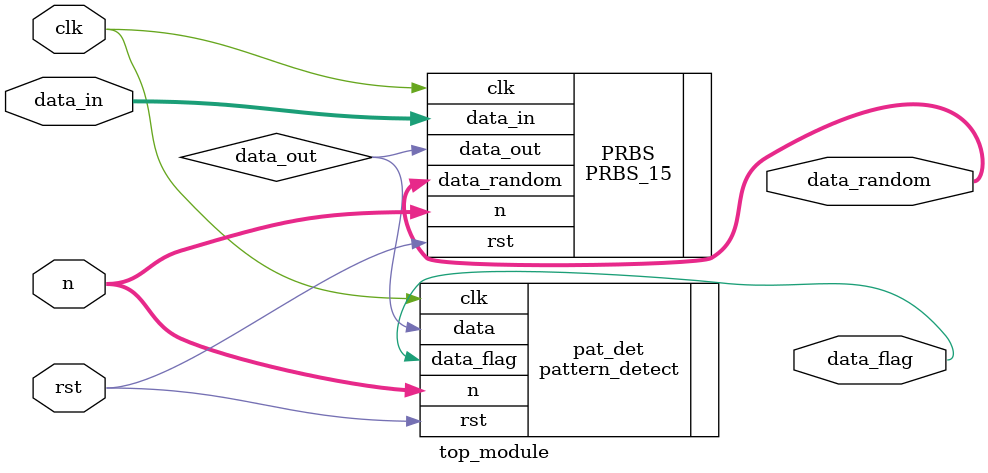
<source format=v>
module top_module ( input clk,rst,
                    input [7:0] data_in,
                    input [2:0] n,
                    output [7:0] data_random,
                    output data_flag);
                    
pattern_detect pat_det ( .clk(clk),.rst(rst),.data(data_out),.n(n),.data_flag(data_flag));
PRBS_15 PRBS( .clk(clk),.rst(rst),.n(n),.data_in(data_in),.data_out(data_out),.data_random(data_random));

endmodule
</source>
